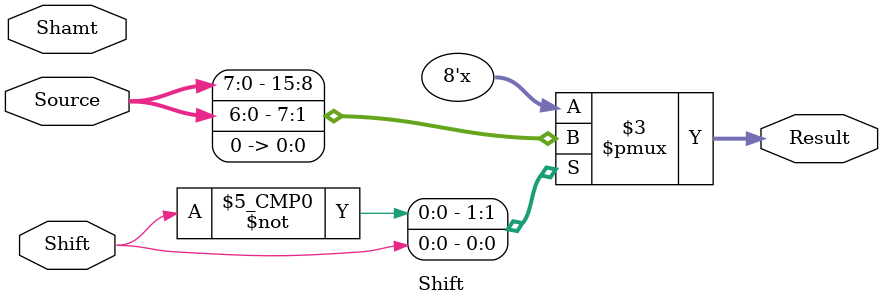
<source format=sv>
/* Filename: Shift.sv
 * Authors: Luke Rohrer, Max Zhao, Josh Robertson
 * Date: 5/11/18
 * Description: This file contains the logic for the shift module
*/

module Shift (
  input [7:0] Source,              // 8-bit input
  input Shift,                    // Control Signal to shift or not
  input [2:0] Shamt,
  output logic [7:0] Result       // Output 
  );

  always_comb begin
      case(Shift)
          //do nothing if 0
          0 : begin
            Result = Source;
          end

          // shift if 1
          1 : begin
            Result = Source << 1;
          end
      endcase
  end
endmodule

</source>
